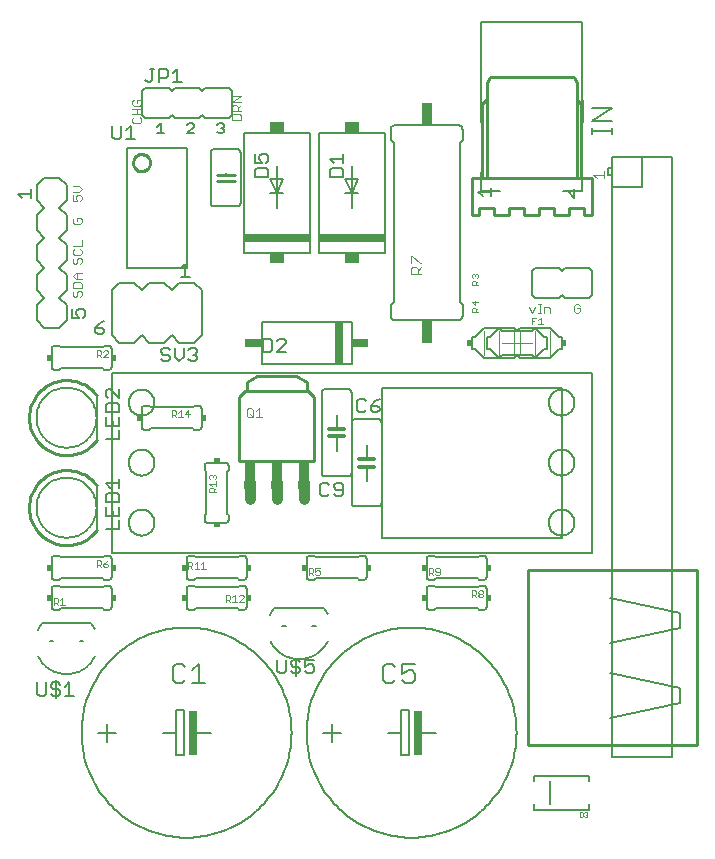
<source format=gto>
G75*
%MOIN*%
%OFA0B0*%
%FSLAX24Y24*%
%IPPOS*%
%LPD*%
%AMOC8*
5,1,8,0,0,1.08239X$1,22.5*
%
%ADD10C,0.0060*%
%ADD11C,0.0030*%
%ADD12R,0.0250X0.1500*%
%ADD13C,0.0070*%
%ADD14R,0.0150X0.0200*%
%ADD15C,0.0020*%
%ADD16C,0.0050*%
%ADD17C,0.0080*%
%ADD18C,0.0100*%
%ADD19R,0.0320X0.0760*%
%ADD20C,0.0040*%
%ADD21R,0.2200X0.0300*%
%ADD22R,0.0500X0.0350*%
%ADD23R,0.0140X0.0240*%
%ADD24C,0.0120*%
%ADD25R,0.0250X0.1400*%
%ADD26R,0.0550X0.0300*%
%ADD27C,0.0350*%
%ADD28R,0.0440X0.0300*%
%ADD29R,0.0340X0.0600*%
%ADD30R,0.0200X0.0150*%
%ADD31C,0.0010*%
D10*
X003050Y003691D02*
X003650Y003691D01*
X003350Y003391D02*
X003350Y003991D01*
X005200Y003691D02*
X005650Y003691D01*
X005650Y002941D01*
X005900Y002941D01*
X005900Y004441D01*
X005650Y004441D01*
X005650Y003691D01*
X002500Y003691D02*
X002502Y003809D01*
X002508Y003927D01*
X002518Y004045D01*
X002532Y004162D01*
X002550Y004279D01*
X002572Y004396D01*
X002597Y004511D01*
X002627Y004625D01*
X002661Y004739D01*
X002698Y004851D01*
X002739Y004962D01*
X002784Y005071D01*
X002832Y005179D01*
X002884Y005285D01*
X002940Y005390D01*
X002999Y005492D01*
X003061Y005592D01*
X003127Y005690D01*
X003196Y005786D01*
X003269Y005880D01*
X003344Y005971D01*
X003423Y006059D01*
X003504Y006145D01*
X003589Y006228D01*
X003676Y006308D01*
X003765Y006385D01*
X003858Y006459D01*
X003952Y006529D01*
X004049Y006597D01*
X004149Y006661D01*
X004250Y006722D01*
X004353Y006779D01*
X004459Y006833D01*
X004566Y006884D01*
X004674Y006930D01*
X004784Y006973D01*
X004896Y007012D01*
X005009Y007048D01*
X005123Y007079D01*
X005238Y007107D01*
X005353Y007131D01*
X005470Y007151D01*
X005587Y007167D01*
X005705Y007179D01*
X005823Y007187D01*
X005941Y007191D01*
X006059Y007191D01*
X006177Y007187D01*
X006295Y007179D01*
X006413Y007167D01*
X006530Y007151D01*
X006647Y007131D01*
X006762Y007107D01*
X006877Y007079D01*
X006991Y007048D01*
X007104Y007012D01*
X007216Y006973D01*
X007326Y006930D01*
X007434Y006884D01*
X007541Y006833D01*
X007647Y006779D01*
X007750Y006722D01*
X007851Y006661D01*
X007951Y006597D01*
X008048Y006529D01*
X008142Y006459D01*
X008235Y006385D01*
X008324Y006308D01*
X008411Y006228D01*
X008496Y006145D01*
X008577Y006059D01*
X008656Y005971D01*
X008731Y005880D01*
X008804Y005786D01*
X008873Y005690D01*
X008939Y005592D01*
X009001Y005492D01*
X009060Y005390D01*
X009116Y005285D01*
X009168Y005179D01*
X009216Y005071D01*
X009261Y004962D01*
X009302Y004851D01*
X009339Y004739D01*
X009373Y004625D01*
X009403Y004511D01*
X009428Y004396D01*
X009450Y004279D01*
X009468Y004162D01*
X009482Y004045D01*
X009492Y003927D01*
X009498Y003809D01*
X009500Y003691D01*
X009498Y003573D01*
X009492Y003455D01*
X009482Y003337D01*
X009468Y003220D01*
X009450Y003103D01*
X009428Y002986D01*
X009403Y002871D01*
X009373Y002757D01*
X009339Y002643D01*
X009302Y002531D01*
X009261Y002420D01*
X009216Y002311D01*
X009168Y002203D01*
X009116Y002097D01*
X009060Y001992D01*
X009001Y001890D01*
X008939Y001790D01*
X008873Y001692D01*
X008804Y001596D01*
X008731Y001502D01*
X008656Y001411D01*
X008577Y001323D01*
X008496Y001237D01*
X008411Y001154D01*
X008324Y001074D01*
X008235Y000997D01*
X008142Y000923D01*
X008048Y000853D01*
X007951Y000785D01*
X007851Y000721D01*
X007750Y000660D01*
X007647Y000603D01*
X007541Y000549D01*
X007434Y000498D01*
X007326Y000452D01*
X007216Y000409D01*
X007104Y000370D01*
X006991Y000334D01*
X006877Y000303D01*
X006762Y000275D01*
X006647Y000251D01*
X006530Y000231D01*
X006413Y000215D01*
X006295Y000203D01*
X006177Y000195D01*
X006059Y000191D01*
X005941Y000191D01*
X005823Y000195D01*
X005705Y000203D01*
X005587Y000215D01*
X005470Y000231D01*
X005353Y000251D01*
X005238Y000275D01*
X005123Y000303D01*
X005009Y000334D01*
X004896Y000370D01*
X004784Y000409D01*
X004674Y000452D01*
X004566Y000498D01*
X004459Y000549D01*
X004353Y000603D01*
X004250Y000660D01*
X004149Y000721D01*
X004049Y000785D01*
X003952Y000853D01*
X003858Y000923D01*
X003765Y000997D01*
X003676Y001074D01*
X003589Y001154D01*
X003504Y001237D01*
X003423Y001323D01*
X003344Y001411D01*
X003269Y001502D01*
X003196Y001596D01*
X003127Y001692D01*
X003061Y001790D01*
X002999Y001890D01*
X002940Y001992D01*
X002884Y002097D01*
X002832Y002203D01*
X002784Y002311D01*
X002739Y002420D01*
X002698Y002531D01*
X002661Y002643D01*
X002627Y002757D01*
X002597Y002871D01*
X002572Y002986D01*
X002550Y003103D01*
X002532Y003220D01*
X002518Y003337D01*
X002508Y003455D01*
X002502Y003573D01*
X002500Y003691D01*
X001750Y007791D02*
X001600Y007791D01*
X001583Y007793D01*
X001566Y007797D01*
X001550Y007804D01*
X001536Y007814D01*
X001523Y007827D01*
X001513Y007841D01*
X001506Y007857D01*
X001502Y007874D01*
X001500Y007891D01*
X001500Y008491D01*
X001502Y008508D01*
X001506Y008525D01*
X001513Y008541D01*
X001523Y008555D01*
X001536Y008568D01*
X001550Y008578D01*
X001566Y008585D01*
X001583Y008589D01*
X001600Y008591D01*
X001750Y008591D01*
X001800Y008541D01*
X003200Y008541D01*
X003250Y008591D01*
X003400Y008591D01*
X003417Y008589D01*
X003434Y008585D01*
X003450Y008578D01*
X003464Y008568D01*
X003477Y008555D01*
X003487Y008541D01*
X003494Y008525D01*
X003498Y008508D01*
X003500Y008491D01*
X003500Y007891D01*
X003498Y007874D01*
X003494Y007857D01*
X003487Y007841D01*
X003477Y007827D01*
X003464Y007814D01*
X003450Y007804D01*
X003434Y007797D01*
X003417Y007793D01*
X003400Y007791D01*
X003250Y007791D01*
X003200Y007841D01*
X001800Y007841D01*
X001750Y007791D01*
X001750Y008791D02*
X001600Y008791D01*
X001583Y008793D01*
X001566Y008797D01*
X001550Y008804D01*
X001536Y008814D01*
X001523Y008827D01*
X001513Y008841D01*
X001506Y008857D01*
X001502Y008874D01*
X001500Y008891D01*
X001500Y009491D01*
X001502Y009508D01*
X001506Y009525D01*
X001513Y009541D01*
X001523Y009555D01*
X001536Y009568D01*
X001550Y009578D01*
X001566Y009585D01*
X001583Y009589D01*
X001600Y009591D01*
X001750Y009591D01*
X001800Y009541D01*
X003200Y009541D01*
X003250Y009591D01*
X003400Y009591D01*
X003417Y009589D01*
X003434Y009585D01*
X003450Y009578D01*
X003464Y009568D01*
X003477Y009555D01*
X003487Y009541D01*
X003494Y009525D01*
X003498Y009508D01*
X003500Y009491D01*
X003500Y008891D01*
X003498Y008874D01*
X003494Y008857D01*
X003487Y008841D01*
X003477Y008827D01*
X003464Y008814D01*
X003450Y008804D01*
X003434Y008797D01*
X003417Y008793D01*
X003400Y008791D01*
X003250Y008791D01*
X003200Y008841D01*
X001800Y008841D01*
X001750Y008791D01*
X001000Y011191D02*
X001002Y011254D01*
X001008Y011316D01*
X001018Y011378D01*
X001031Y011440D01*
X001049Y011500D01*
X001070Y011559D01*
X001095Y011617D01*
X001124Y011673D01*
X001156Y011727D01*
X001191Y011779D01*
X001229Y011828D01*
X001271Y011876D01*
X001315Y011920D01*
X001363Y011962D01*
X001412Y012000D01*
X001464Y012035D01*
X001518Y012067D01*
X001574Y012096D01*
X001632Y012121D01*
X001691Y012142D01*
X001751Y012160D01*
X001813Y012173D01*
X001875Y012183D01*
X001937Y012189D01*
X002000Y012191D01*
X002063Y012189D01*
X002125Y012183D01*
X002187Y012173D01*
X002249Y012160D01*
X002309Y012142D01*
X002368Y012121D01*
X002426Y012096D01*
X002482Y012067D01*
X002536Y012035D01*
X002588Y012000D01*
X002637Y011962D01*
X002685Y011920D01*
X002729Y011876D01*
X002771Y011828D01*
X002809Y011779D01*
X002844Y011727D01*
X002876Y011673D01*
X002905Y011617D01*
X002930Y011559D01*
X002951Y011500D01*
X002969Y011440D01*
X002982Y011378D01*
X002992Y011316D01*
X002998Y011254D01*
X003000Y011191D01*
X002998Y011128D01*
X002992Y011066D01*
X002982Y011004D01*
X002969Y010942D01*
X002951Y010882D01*
X002930Y010823D01*
X002905Y010765D01*
X002876Y010709D01*
X002844Y010655D01*
X002809Y010603D01*
X002771Y010554D01*
X002729Y010506D01*
X002685Y010462D01*
X002637Y010420D01*
X002588Y010382D01*
X002536Y010347D01*
X002482Y010315D01*
X002426Y010286D01*
X002368Y010261D01*
X002309Y010240D01*
X002249Y010222D01*
X002187Y010209D01*
X002125Y010199D01*
X002063Y010193D01*
X002000Y010191D01*
X001937Y010193D01*
X001875Y010199D01*
X001813Y010209D01*
X001751Y010222D01*
X001691Y010240D01*
X001632Y010261D01*
X001574Y010286D01*
X001518Y010315D01*
X001464Y010347D01*
X001412Y010382D01*
X001363Y010420D01*
X001315Y010462D01*
X001271Y010506D01*
X001229Y010554D01*
X001191Y010603D01*
X001156Y010655D01*
X001124Y010709D01*
X001095Y010765D01*
X001070Y010823D01*
X001049Y010882D01*
X001031Y010942D01*
X001018Y011004D01*
X001008Y011066D01*
X001002Y011128D01*
X001000Y011191D01*
X001000Y014191D02*
X001002Y014254D01*
X001008Y014316D01*
X001018Y014378D01*
X001031Y014440D01*
X001049Y014500D01*
X001070Y014559D01*
X001095Y014617D01*
X001124Y014673D01*
X001156Y014727D01*
X001191Y014779D01*
X001229Y014828D01*
X001271Y014876D01*
X001315Y014920D01*
X001363Y014962D01*
X001412Y015000D01*
X001464Y015035D01*
X001518Y015067D01*
X001574Y015096D01*
X001632Y015121D01*
X001691Y015142D01*
X001751Y015160D01*
X001813Y015173D01*
X001875Y015183D01*
X001937Y015189D01*
X002000Y015191D01*
X002063Y015189D01*
X002125Y015183D01*
X002187Y015173D01*
X002249Y015160D01*
X002309Y015142D01*
X002368Y015121D01*
X002426Y015096D01*
X002482Y015067D01*
X002536Y015035D01*
X002588Y015000D01*
X002637Y014962D01*
X002685Y014920D01*
X002729Y014876D01*
X002771Y014828D01*
X002809Y014779D01*
X002844Y014727D01*
X002876Y014673D01*
X002905Y014617D01*
X002930Y014559D01*
X002951Y014500D01*
X002969Y014440D01*
X002982Y014378D01*
X002992Y014316D01*
X002998Y014254D01*
X003000Y014191D01*
X002998Y014128D01*
X002992Y014066D01*
X002982Y014004D01*
X002969Y013942D01*
X002951Y013882D01*
X002930Y013823D01*
X002905Y013765D01*
X002876Y013709D01*
X002844Y013655D01*
X002809Y013603D01*
X002771Y013554D01*
X002729Y013506D01*
X002685Y013462D01*
X002637Y013420D01*
X002588Y013382D01*
X002536Y013347D01*
X002482Y013315D01*
X002426Y013286D01*
X002368Y013261D01*
X002309Y013240D01*
X002249Y013222D01*
X002187Y013209D01*
X002125Y013199D01*
X002063Y013193D01*
X002000Y013191D01*
X001937Y013193D01*
X001875Y013199D01*
X001813Y013209D01*
X001751Y013222D01*
X001691Y013240D01*
X001632Y013261D01*
X001574Y013286D01*
X001518Y013315D01*
X001464Y013347D01*
X001412Y013382D01*
X001363Y013420D01*
X001315Y013462D01*
X001271Y013506D01*
X001229Y013554D01*
X001191Y013603D01*
X001156Y013655D01*
X001124Y013709D01*
X001095Y013765D01*
X001070Y013823D01*
X001049Y013882D01*
X001031Y013942D01*
X001018Y014004D01*
X001008Y014066D01*
X001002Y014128D01*
X001000Y014191D01*
X001600Y015791D02*
X001750Y015791D01*
X001800Y015841D01*
X003200Y015841D01*
X003250Y015791D01*
X003400Y015791D01*
X003417Y015793D01*
X003434Y015797D01*
X003450Y015804D01*
X003464Y015814D01*
X003477Y015827D01*
X003487Y015841D01*
X003494Y015857D01*
X003498Y015874D01*
X003500Y015891D01*
X003500Y016491D01*
X003498Y016508D01*
X003494Y016525D01*
X003487Y016541D01*
X003477Y016555D01*
X003464Y016568D01*
X003450Y016578D01*
X003434Y016585D01*
X003417Y016589D01*
X003400Y016591D01*
X003250Y016591D01*
X003200Y016541D01*
X001800Y016541D01*
X001750Y016591D01*
X001600Y016591D01*
X001583Y016589D01*
X001566Y016585D01*
X001550Y016578D01*
X001536Y016568D01*
X001523Y016555D01*
X001513Y016541D01*
X001506Y016525D01*
X001502Y016508D01*
X001500Y016491D01*
X001500Y015891D01*
X001502Y015874D01*
X001506Y015857D01*
X001513Y015841D01*
X001523Y015827D01*
X001536Y015814D01*
X001550Y015804D01*
X001566Y015797D01*
X001583Y015793D01*
X001600Y015791D01*
X001750Y017191D02*
X001250Y017191D01*
X001000Y017441D01*
X001000Y017941D01*
X001250Y018191D01*
X001000Y018441D01*
X001000Y018941D01*
X001250Y019191D01*
X001000Y019441D01*
X001000Y019941D01*
X001250Y020191D01*
X001000Y020441D01*
X001000Y020941D01*
X001250Y021191D01*
X001000Y021441D01*
X001000Y021941D01*
X001250Y022191D01*
X001750Y022191D01*
X002000Y021941D01*
X002000Y021441D01*
X001750Y021191D01*
X002000Y020941D01*
X002000Y020441D01*
X001750Y020191D01*
X002000Y019941D01*
X002000Y019441D01*
X001750Y019191D01*
X002000Y018941D01*
X002000Y018441D01*
X001750Y018191D01*
X002000Y017941D01*
X002000Y017441D01*
X001750Y017191D01*
X003500Y016941D02*
X003500Y018441D01*
X003750Y018691D01*
X004250Y018691D01*
X004500Y018441D01*
X004750Y018691D01*
X005250Y018691D01*
X005500Y018441D01*
X005750Y018691D01*
X006250Y018691D01*
X006500Y018441D01*
X006500Y016941D01*
X006250Y016691D01*
X005750Y016691D01*
X005500Y016941D01*
X005250Y016691D01*
X004750Y016691D01*
X004500Y016941D01*
X004250Y016691D01*
X003750Y016691D01*
X003500Y016941D01*
X004600Y014591D02*
X004750Y014591D01*
X004800Y014541D01*
X006200Y014541D01*
X006250Y014591D01*
X006400Y014591D01*
X006417Y014589D01*
X006434Y014585D01*
X006450Y014578D01*
X006464Y014568D01*
X006477Y014555D01*
X006487Y014541D01*
X006494Y014525D01*
X006498Y014508D01*
X006500Y014491D01*
X006500Y013891D01*
X006498Y013874D01*
X006494Y013857D01*
X006487Y013841D01*
X006477Y013827D01*
X006464Y013814D01*
X006450Y013804D01*
X006434Y013797D01*
X006417Y013793D01*
X006400Y013791D01*
X006250Y013791D01*
X006200Y013841D01*
X004800Y013841D01*
X004750Y013791D01*
X004600Y013791D01*
X004583Y013793D01*
X004566Y013797D01*
X004550Y013804D01*
X004536Y013814D01*
X004523Y013827D01*
X004513Y013841D01*
X004506Y013857D01*
X004502Y013874D01*
X004500Y013891D01*
X004500Y014491D01*
X004502Y014508D01*
X004506Y014525D01*
X004513Y014541D01*
X004523Y014555D01*
X004536Y014568D01*
X004550Y014578D01*
X004566Y014585D01*
X004583Y014589D01*
X004600Y014591D01*
X006600Y012591D02*
X006600Y012441D01*
X006650Y012391D01*
X006650Y010991D01*
X006600Y010941D01*
X006600Y010791D01*
X006602Y010774D01*
X006606Y010757D01*
X006613Y010741D01*
X006623Y010727D01*
X006636Y010714D01*
X006650Y010704D01*
X006666Y010697D01*
X006683Y010693D01*
X006700Y010691D01*
X007300Y010691D01*
X007317Y010693D01*
X007334Y010697D01*
X007350Y010704D01*
X007364Y010714D01*
X007377Y010727D01*
X007387Y010741D01*
X007394Y010757D01*
X007398Y010774D01*
X007400Y010791D01*
X007400Y010941D01*
X007350Y010991D01*
X007350Y012391D01*
X007400Y012441D01*
X007400Y012591D01*
X007398Y012608D01*
X007394Y012625D01*
X007387Y012641D01*
X007377Y012655D01*
X007364Y012668D01*
X007350Y012678D01*
X007334Y012685D01*
X007317Y012689D01*
X007300Y012691D01*
X006700Y012691D01*
X006683Y012689D01*
X006666Y012685D01*
X006650Y012678D01*
X006636Y012668D01*
X006623Y012655D01*
X006613Y012641D01*
X006606Y012625D01*
X006602Y012608D01*
X006600Y012591D01*
X006250Y009591D02*
X006100Y009591D01*
X006083Y009589D01*
X006066Y009585D01*
X006050Y009578D01*
X006036Y009568D01*
X006023Y009555D01*
X006013Y009541D01*
X006006Y009525D01*
X006002Y009508D01*
X006000Y009491D01*
X006000Y008891D01*
X006002Y008874D01*
X006006Y008857D01*
X006013Y008841D01*
X006023Y008827D01*
X006036Y008814D01*
X006050Y008804D01*
X006066Y008797D01*
X006083Y008793D01*
X006100Y008791D01*
X006250Y008791D01*
X006300Y008841D01*
X007700Y008841D01*
X007750Y008791D01*
X007900Y008791D01*
X007917Y008793D01*
X007934Y008797D01*
X007950Y008804D01*
X007964Y008814D01*
X007977Y008827D01*
X007987Y008841D01*
X007994Y008857D01*
X007998Y008874D01*
X008000Y008891D01*
X008000Y009491D01*
X007998Y009508D01*
X007994Y009525D01*
X007987Y009541D01*
X007977Y009555D01*
X007964Y009568D01*
X007950Y009578D01*
X007934Y009585D01*
X007917Y009589D01*
X007900Y009591D01*
X007750Y009591D01*
X007700Y009541D01*
X006300Y009541D01*
X006250Y009591D01*
X006250Y008591D02*
X006300Y008541D01*
X007700Y008541D01*
X007750Y008591D01*
X007900Y008591D01*
X007917Y008589D01*
X007934Y008585D01*
X007950Y008578D01*
X007964Y008568D01*
X007977Y008555D01*
X007987Y008541D01*
X007994Y008525D01*
X007998Y008508D01*
X008000Y008491D01*
X008000Y007891D01*
X007998Y007874D01*
X007994Y007857D01*
X007987Y007841D01*
X007977Y007827D01*
X007964Y007814D01*
X007950Y007804D01*
X007934Y007797D01*
X007917Y007793D01*
X007900Y007791D01*
X007750Y007791D01*
X007700Y007841D01*
X006300Y007841D01*
X006250Y007791D01*
X006100Y007791D01*
X006083Y007793D01*
X006066Y007797D01*
X006050Y007804D01*
X006036Y007814D01*
X006023Y007827D01*
X006013Y007841D01*
X006006Y007857D01*
X006002Y007874D01*
X006000Y007891D01*
X006000Y008491D01*
X006002Y008508D01*
X006006Y008525D01*
X006013Y008541D01*
X006023Y008555D01*
X006036Y008568D01*
X006050Y008578D01*
X006066Y008585D01*
X006083Y008589D01*
X006100Y008591D01*
X006250Y008591D01*
X010000Y008891D02*
X010000Y009491D01*
X010002Y009508D01*
X010006Y009525D01*
X010013Y009541D01*
X010023Y009555D01*
X010036Y009568D01*
X010050Y009578D01*
X010066Y009585D01*
X010083Y009589D01*
X010100Y009591D01*
X010250Y009591D01*
X010300Y009541D01*
X011700Y009541D01*
X011750Y009591D01*
X011900Y009591D01*
X011917Y009589D01*
X011934Y009585D01*
X011950Y009578D01*
X011964Y009568D01*
X011977Y009555D01*
X011987Y009541D01*
X011994Y009525D01*
X011998Y009508D01*
X012000Y009491D01*
X012000Y008891D01*
X011998Y008874D01*
X011994Y008857D01*
X011987Y008841D01*
X011977Y008827D01*
X011964Y008814D01*
X011950Y008804D01*
X011934Y008797D01*
X011917Y008793D01*
X011900Y008791D01*
X011750Y008791D01*
X011700Y008841D01*
X010300Y008841D01*
X010250Y008791D01*
X010100Y008791D01*
X010083Y008793D01*
X010066Y008797D01*
X010050Y008804D01*
X010036Y008814D01*
X010023Y008827D01*
X010013Y008841D01*
X010006Y008857D01*
X010002Y008874D01*
X010000Y008891D01*
X011600Y011241D02*
X012400Y011241D01*
X012417Y011243D01*
X012434Y011247D01*
X012450Y011254D01*
X012464Y011264D01*
X012477Y011277D01*
X012487Y011291D01*
X012494Y011307D01*
X012498Y011324D01*
X012500Y011341D01*
X012500Y014041D01*
X012498Y014058D01*
X012494Y014075D01*
X012487Y014091D01*
X012477Y014105D01*
X012464Y014118D01*
X012450Y014128D01*
X012434Y014135D01*
X012417Y014139D01*
X012400Y014141D01*
X011600Y014141D01*
X011583Y014139D01*
X011566Y014135D01*
X011550Y014128D01*
X011536Y014118D01*
X011523Y014105D01*
X011513Y014091D01*
X011506Y014075D01*
X011502Y014058D01*
X011500Y014041D01*
X011500Y011341D01*
X011502Y011324D01*
X011506Y011307D01*
X011513Y011291D01*
X011523Y011277D01*
X011536Y011264D01*
X011550Y011254D01*
X011566Y011247D01*
X011583Y011243D01*
X011600Y011241D01*
X012000Y012091D02*
X012000Y012561D01*
X012000Y012811D02*
X012000Y013291D01*
X011000Y013091D02*
X011000Y013571D01*
X011000Y013821D02*
X011000Y014291D01*
X010500Y015041D02*
X010502Y015058D01*
X010506Y015075D01*
X010513Y015091D01*
X010523Y015105D01*
X010536Y015118D01*
X010550Y015128D01*
X010566Y015135D01*
X010583Y015139D01*
X010600Y015141D01*
X011400Y015141D01*
X011417Y015139D01*
X011434Y015135D01*
X011450Y015128D01*
X011464Y015118D01*
X011477Y015105D01*
X011487Y015091D01*
X011494Y015075D01*
X011498Y015058D01*
X011500Y015041D01*
X011500Y012341D01*
X011498Y012324D01*
X011494Y012307D01*
X011487Y012291D01*
X011477Y012277D01*
X011464Y012264D01*
X011450Y012254D01*
X011434Y012247D01*
X011417Y012243D01*
X011400Y012241D01*
X010600Y012241D01*
X010583Y012243D01*
X010566Y012247D01*
X010550Y012254D01*
X010536Y012264D01*
X010523Y012277D01*
X010513Y012291D01*
X010506Y012307D01*
X010502Y012324D01*
X010500Y012341D01*
X010500Y015041D01*
X011500Y015991D02*
X011500Y017391D01*
X008500Y017391D01*
X008500Y015991D01*
X011500Y015991D01*
X012950Y017441D02*
X015050Y017441D01*
X015073Y017443D01*
X015096Y017448D01*
X015118Y017457D01*
X015138Y017470D01*
X015156Y017485D01*
X015171Y017503D01*
X015184Y017523D01*
X015193Y017545D01*
X015198Y017568D01*
X015200Y017591D01*
X015200Y017941D01*
X015100Y018041D01*
X015100Y023341D01*
X015200Y023441D01*
X015200Y023791D01*
X015198Y023814D01*
X015193Y023837D01*
X015184Y023859D01*
X015171Y023879D01*
X015156Y023897D01*
X015138Y023912D01*
X015118Y023925D01*
X015096Y023934D01*
X015073Y023939D01*
X015050Y023941D01*
X012950Y023941D01*
X012927Y023939D01*
X012904Y023934D01*
X012882Y023925D01*
X012862Y023912D01*
X012844Y023897D01*
X012829Y023879D01*
X012816Y023859D01*
X012807Y023837D01*
X012802Y023814D01*
X012800Y023791D01*
X012800Y023441D01*
X012900Y023341D01*
X012900Y018041D01*
X012800Y017941D01*
X012800Y017591D01*
X012802Y017568D01*
X012807Y017545D01*
X012816Y017523D01*
X012829Y017503D01*
X012844Y017485D01*
X012862Y017470D01*
X012882Y017457D01*
X012904Y017448D01*
X012927Y017443D01*
X012950Y017441D01*
X012600Y019691D02*
X012600Y023691D01*
X010400Y023691D01*
X010400Y019691D01*
X012600Y019691D01*
X011500Y021191D02*
X011500Y021691D01*
X011730Y021691D01*
X011500Y021691D02*
X011500Y022591D01*
X011270Y022141D02*
X011730Y022141D01*
X011500Y021691D01*
X011270Y022141D01*
X011270Y021691D02*
X011500Y021691D01*
X010100Y023691D02*
X010100Y019691D01*
X007900Y019691D01*
X007900Y023691D01*
X010100Y023691D01*
X009000Y022591D02*
X009000Y021691D01*
X009230Y021691D01*
X009000Y021691D02*
X009230Y022141D01*
X008770Y022141D01*
X009000Y021691D01*
X008770Y021691D01*
X009000Y021691D02*
X009000Y021191D01*
X007800Y021341D02*
X007800Y023041D01*
X007798Y023058D01*
X007794Y023075D01*
X007787Y023091D01*
X007777Y023105D01*
X007764Y023118D01*
X007750Y023128D01*
X007734Y023135D01*
X007717Y023139D01*
X007700Y023141D01*
X006900Y023141D01*
X006883Y023139D01*
X006866Y023135D01*
X006850Y023128D01*
X006836Y023118D01*
X006823Y023105D01*
X006813Y023091D01*
X006806Y023075D01*
X006802Y023058D01*
X006800Y023041D01*
X006800Y021341D01*
X006802Y021324D01*
X006806Y021307D01*
X006813Y021291D01*
X006823Y021277D01*
X006836Y021264D01*
X006850Y021254D01*
X006866Y021247D01*
X006883Y021243D01*
X006900Y021241D01*
X007700Y021241D01*
X007717Y021243D01*
X007734Y021247D01*
X007750Y021254D01*
X007764Y021264D01*
X007777Y021277D01*
X007787Y021291D01*
X007794Y021307D01*
X007798Y021324D01*
X007800Y021341D01*
X007300Y022041D02*
X007300Y022091D01*
X007300Y022291D02*
X007300Y022341D01*
X007400Y024191D02*
X006600Y024191D01*
X006500Y024291D01*
X006400Y024191D01*
X005600Y024191D01*
X005500Y024291D01*
X005400Y024191D01*
X004600Y024191D01*
X004500Y024291D01*
X004500Y025091D01*
X004600Y025191D01*
X005400Y025191D01*
X005500Y025091D01*
X005600Y025191D01*
X006400Y025191D01*
X006500Y025091D01*
X006600Y025191D01*
X007400Y025191D01*
X007500Y025091D01*
X007500Y024291D01*
X007400Y024191D01*
X015500Y016891D02*
X015500Y016491D01*
X015600Y016491D01*
X015900Y016191D01*
X016400Y016191D01*
X016500Y016291D01*
X017500Y016291D01*
X017600Y016191D01*
X018100Y016191D01*
X018400Y016491D01*
X018500Y016491D01*
X018500Y016891D01*
X018400Y016891D01*
X018100Y017191D01*
X017600Y017191D01*
X017500Y017091D01*
X016500Y017091D01*
X016400Y017191D01*
X015900Y017191D01*
X015600Y016891D01*
X015500Y016891D01*
X016000Y016891D02*
X016000Y016491D01*
X016100Y016491D01*
X016400Y016191D01*
X016900Y016191D01*
X017000Y016291D01*
X017100Y016191D01*
X017600Y016191D01*
X017900Y016491D01*
X018000Y016491D01*
X018000Y016891D01*
X017900Y016891D01*
X017600Y017191D01*
X017100Y017191D01*
X017000Y017091D01*
X016900Y017191D01*
X016400Y017191D01*
X016100Y016891D01*
X016000Y016891D01*
X017500Y018291D02*
X017500Y019091D01*
X017600Y019191D01*
X018400Y019191D01*
X018500Y019091D01*
X018600Y019191D01*
X019400Y019191D01*
X019500Y019091D01*
X019500Y018291D01*
X019400Y018191D01*
X018600Y018191D01*
X018500Y018291D01*
X018400Y018191D01*
X017600Y018191D01*
X017500Y018291D01*
X019529Y023646D02*
X019529Y023860D01*
X019529Y023753D02*
X020170Y023753D01*
X020170Y023646D02*
X020170Y023860D01*
X020170Y024076D02*
X019529Y024076D01*
X020170Y024503D01*
X019529Y024503D01*
X015900Y009591D02*
X015750Y009591D01*
X015700Y009541D01*
X014300Y009541D01*
X014250Y009591D01*
X014100Y009591D01*
X014083Y009589D01*
X014066Y009585D01*
X014050Y009578D01*
X014036Y009568D01*
X014023Y009555D01*
X014013Y009541D01*
X014006Y009525D01*
X014002Y009508D01*
X014000Y009491D01*
X014000Y008891D01*
X014002Y008874D01*
X014006Y008857D01*
X014013Y008841D01*
X014023Y008827D01*
X014036Y008814D01*
X014050Y008804D01*
X014066Y008797D01*
X014083Y008793D01*
X014100Y008791D01*
X014250Y008791D01*
X014300Y008841D01*
X015700Y008841D01*
X015750Y008791D01*
X015900Y008791D01*
X015917Y008793D01*
X015934Y008797D01*
X015950Y008804D01*
X015964Y008814D01*
X015977Y008827D01*
X015987Y008841D01*
X015994Y008857D01*
X015998Y008874D01*
X016000Y008891D01*
X016000Y009491D01*
X015998Y009508D01*
X015994Y009525D01*
X015987Y009541D01*
X015977Y009555D01*
X015964Y009568D01*
X015950Y009578D01*
X015934Y009585D01*
X015917Y009589D01*
X015900Y009591D01*
X015900Y008591D02*
X015750Y008591D01*
X015700Y008541D01*
X014300Y008541D01*
X014250Y008591D01*
X014100Y008591D01*
X014083Y008589D01*
X014066Y008585D01*
X014050Y008578D01*
X014036Y008568D01*
X014023Y008555D01*
X014013Y008541D01*
X014006Y008525D01*
X014002Y008508D01*
X014000Y008491D01*
X014000Y007891D01*
X014002Y007874D01*
X014006Y007857D01*
X014013Y007841D01*
X014023Y007827D01*
X014036Y007814D01*
X014050Y007804D01*
X014066Y007797D01*
X014083Y007793D01*
X014100Y007791D01*
X014250Y007791D01*
X014300Y007841D01*
X015700Y007841D01*
X015750Y007791D01*
X015900Y007791D01*
X015917Y007793D01*
X015934Y007797D01*
X015950Y007804D01*
X015964Y007814D01*
X015977Y007827D01*
X015987Y007841D01*
X015994Y007857D01*
X015998Y007874D01*
X016000Y007891D01*
X016000Y008491D01*
X015998Y008508D01*
X015994Y008525D01*
X015987Y008541D01*
X015977Y008555D01*
X015964Y008568D01*
X015950Y008578D01*
X015934Y008585D01*
X015917Y008589D01*
X015900Y008591D01*
X013400Y004441D02*
X013150Y004441D01*
X013150Y003691D01*
X013150Y002941D01*
X013400Y002941D01*
X013400Y004441D01*
X010000Y003691D02*
X010002Y003809D01*
X010008Y003927D01*
X010018Y004045D01*
X010032Y004162D01*
X010050Y004279D01*
X010072Y004396D01*
X010097Y004511D01*
X010127Y004625D01*
X010161Y004739D01*
X010198Y004851D01*
X010239Y004962D01*
X010284Y005071D01*
X010332Y005179D01*
X010384Y005285D01*
X010440Y005390D01*
X010499Y005492D01*
X010561Y005592D01*
X010627Y005690D01*
X010696Y005786D01*
X010769Y005880D01*
X010844Y005971D01*
X010923Y006059D01*
X011004Y006145D01*
X011089Y006228D01*
X011176Y006308D01*
X011265Y006385D01*
X011358Y006459D01*
X011452Y006529D01*
X011549Y006597D01*
X011649Y006661D01*
X011750Y006722D01*
X011853Y006779D01*
X011959Y006833D01*
X012066Y006884D01*
X012174Y006930D01*
X012284Y006973D01*
X012396Y007012D01*
X012509Y007048D01*
X012623Y007079D01*
X012738Y007107D01*
X012853Y007131D01*
X012970Y007151D01*
X013087Y007167D01*
X013205Y007179D01*
X013323Y007187D01*
X013441Y007191D01*
X013559Y007191D01*
X013677Y007187D01*
X013795Y007179D01*
X013913Y007167D01*
X014030Y007151D01*
X014147Y007131D01*
X014262Y007107D01*
X014377Y007079D01*
X014491Y007048D01*
X014604Y007012D01*
X014716Y006973D01*
X014826Y006930D01*
X014934Y006884D01*
X015041Y006833D01*
X015147Y006779D01*
X015250Y006722D01*
X015351Y006661D01*
X015451Y006597D01*
X015548Y006529D01*
X015642Y006459D01*
X015735Y006385D01*
X015824Y006308D01*
X015911Y006228D01*
X015996Y006145D01*
X016077Y006059D01*
X016156Y005971D01*
X016231Y005880D01*
X016304Y005786D01*
X016373Y005690D01*
X016439Y005592D01*
X016501Y005492D01*
X016560Y005390D01*
X016616Y005285D01*
X016668Y005179D01*
X016716Y005071D01*
X016761Y004962D01*
X016802Y004851D01*
X016839Y004739D01*
X016873Y004625D01*
X016903Y004511D01*
X016928Y004396D01*
X016950Y004279D01*
X016968Y004162D01*
X016982Y004045D01*
X016992Y003927D01*
X016998Y003809D01*
X017000Y003691D01*
X016998Y003573D01*
X016992Y003455D01*
X016982Y003337D01*
X016968Y003220D01*
X016950Y003103D01*
X016928Y002986D01*
X016903Y002871D01*
X016873Y002757D01*
X016839Y002643D01*
X016802Y002531D01*
X016761Y002420D01*
X016716Y002311D01*
X016668Y002203D01*
X016616Y002097D01*
X016560Y001992D01*
X016501Y001890D01*
X016439Y001790D01*
X016373Y001692D01*
X016304Y001596D01*
X016231Y001502D01*
X016156Y001411D01*
X016077Y001323D01*
X015996Y001237D01*
X015911Y001154D01*
X015824Y001074D01*
X015735Y000997D01*
X015642Y000923D01*
X015548Y000853D01*
X015451Y000785D01*
X015351Y000721D01*
X015250Y000660D01*
X015147Y000603D01*
X015041Y000549D01*
X014934Y000498D01*
X014826Y000452D01*
X014716Y000409D01*
X014604Y000370D01*
X014491Y000334D01*
X014377Y000303D01*
X014262Y000275D01*
X014147Y000251D01*
X014030Y000231D01*
X013913Y000215D01*
X013795Y000203D01*
X013677Y000195D01*
X013559Y000191D01*
X013441Y000191D01*
X013323Y000195D01*
X013205Y000203D01*
X013087Y000215D01*
X012970Y000231D01*
X012853Y000251D01*
X012738Y000275D01*
X012623Y000303D01*
X012509Y000334D01*
X012396Y000370D01*
X012284Y000409D01*
X012174Y000452D01*
X012066Y000498D01*
X011959Y000549D01*
X011853Y000603D01*
X011750Y000660D01*
X011649Y000721D01*
X011549Y000785D01*
X011452Y000853D01*
X011358Y000923D01*
X011265Y000997D01*
X011176Y001074D01*
X011089Y001154D01*
X011004Y001237D01*
X010923Y001323D01*
X010844Y001411D01*
X010769Y001502D01*
X010696Y001596D01*
X010627Y001692D01*
X010561Y001790D01*
X010499Y001890D01*
X010440Y001992D01*
X010384Y002097D01*
X010332Y002203D01*
X010284Y002311D01*
X010239Y002420D01*
X010198Y002531D01*
X010161Y002643D01*
X010127Y002757D01*
X010097Y002871D01*
X010072Y002986D01*
X010050Y003103D01*
X010032Y003220D01*
X010018Y003337D01*
X010008Y003455D01*
X010002Y003573D01*
X010000Y003691D01*
X010550Y003691D02*
X011150Y003691D01*
X010850Y003391D02*
X010850Y003991D01*
X012700Y003691D02*
X013150Y003691D01*
X013750Y003691D02*
X014300Y003691D01*
X020130Y004191D02*
X022433Y004691D01*
X022433Y005191D01*
X020130Y005691D01*
X020130Y006691D02*
X022433Y007191D01*
X022433Y007691D01*
X020130Y008191D01*
X006800Y003691D02*
X006250Y003691D01*
D11*
X008063Y014206D02*
X008015Y014254D01*
X008015Y014447D01*
X008063Y014496D01*
X008160Y014496D01*
X008208Y014447D01*
X008208Y014254D01*
X008160Y014206D01*
X008063Y014206D01*
X008112Y014302D02*
X008208Y014206D01*
X008310Y014206D02*
X008503Y014206D01*
X008406Y014206D02*
X008406Y014496D01*
X008310Y014399D01*
X002505Y018270D02*
X002457Y018222D01*
X002505Y018270D02*
X002505Y018367D01*
X002457Y018415D01*
X002408Y018415D01*
X002360Y018367D01*
X002360Y018270D01*
X002312Y018222D01*
X002263Y018222D01*
X002215Y018270D01*
X002215Y018367D01*
X002263Y018415D01*
X002215Y018516D02*
X002215Y018661D01*
X002263Y018710D01*
X002457Y018710D01*
X002505Y018661D01*
X002505Y018516D01*
X002215Y018516D01*
X002312Y018811D02*
X002215Y018908D01*
X002312Y019004D01*
X002505Y019004D01*
X002360Y019004D02*
X002360Y018811D01*
X002312Y018811D02*
X002505Y018811D01*
X002457Y019322D02*
X002505Y019370D01*
X002505Y019467D01*
X002457Y019515D01*
X002408Y019515D01*
X002360Y019467D01*
X002360Y019370D01*
X002312Y019322D01*
X002263Y019322D01*
X002215Y019370D01*
X002215Y019467D01*
X002263Y019515D01*
X002263Y019616D02*
X002457Y019616D01*
X002505Y019665D01*
X002505Y019761D01*
X002457Y019810D01*
X002505Y019911D02*
X002215Y019911D01*
X002263Y019810D02*
X002215Y019761D01*
X002215Y019665D01*
X002263Y019616D01*
X002505Y019911D02*
X002505Y020104D01*
X002457Y020661D02*
X002263Y020661D01*
X002215Y020709D01*
X002215Y020806D01*
X002263Y020854D01*
X002360Y020854D02*
X002360Y020758D01*
X002360Y020854D02*
X002457Y020854D01*
X002505Y020806D01*
X002505Y020709D01*
X002457Y020661D01*
X002457Y021416D02*
X002505Y021465D01*
X002505Y021561D01*
X002457Y021610D01*
X002360Y021610D01*
X002312Y021561D01*
X002312Y021513D01*
X002360Y021416D01*
X002215Y021416D01*
X002215Y021610D01*
X002215Y021711D02*
X002408Y021711D01*
X002505Y021808D01*
X002408Y021904D01*
X002215Y021904D01*
X004243Y024006D02*
X004437Y024006D01*
X004485Y024054D01*
X004485Y024151D01*
X004437Y024199D01*
X004485Y024300D02*
X004195Y024300D01*
X004243Y024199D02*
X004195Y024151D01*
X004195Y024054D01*
X004243Y024006D01*
X004340Y024300D02*
X004340Y024494D01*
X004243Y024595D02*
X004437Y024595D01*
X004485Y024643D01*
X004485Y024740D01*
X004437Y024788D01*
X004340Y024788D01*
X004340Y024692D01*
X004243Y024788D02*
X004195Y024740D01*
X004195Y024643D01*
X004243Y024595D01*
X004195Y024494D02*
X004485Y024494D01*
X007515Y024561D02*
X007515Y024416D01*
X007805Y024416D01*
X007708Y024416D02*
X007708Y024561D01*
X007660Y024610D01*
X007563Y024610D01*
X007515Y024561D01*
X007515Y024711D02*
X007805Y024904D01*
X007515Y024904D01*
X007515Y024711D02*
X007805Y024711D01*
X007805Y024610D02*
X007708Y024513D01*
X007757Y024315D02*
X007563Y024315D01*
X007515Y024267D01*
X007515Y024122D01*
X007805Y024122D01*
X007805Y024267D01*
X007757Y024315D01*
X017429Y017879D02*
X017526Y017686D01*
X017623Y017879D01*
X017724Y017976D02*
X017821Y017976D01*
X017772Y017976D02*
X017772Y017686D01*
X017724Y017686D02*
X017821Y017686D01*
X017920Y017686D02*
X017920Y017879D01*
X018065Y017879D01*
X018114Y017831D01*
X018114Y017686D01*
X018920Y017734D02*
X018969Y017686D01*
X019065Y017686D01*
X019114Y017734D01*
X019114Y017831D01*
X019017Y017831D01*
X018920Y017927D02*
X018920Y017734D01*
X018920Y017927D02*
X018969Y017976D01*
X019065Y017976D01*
X019114Y017927D01*
D12*
X013725Y003691D03*
X006225Y003691D03*
D13*
X006190Y005346D02*
X006610Y005346D01*
X006400Y005346D02*
X006400Y005976D01*
X006190Y005766D01*
X005965Y005871D02*
X005860Y005976D01*
X005650Y005976D01*
X005545Y005871D01*
X005545Y005451D01*
X005650Y005346D01*
X005860Y005346D01*
X005965Y005451D01*
X012545Y005451D02*
X012650Y005346D01*
X012860Y005346D01*
X012965Y005451D01*
X013190Y005451D02*
X013295Y005346D01*
X013505Y005346D01*
X013610Y005451D01*
X013610Y005661D01*
X013505Y005766D01*
X013400Y005766D01*
X013190Y005661D01*
X013190Y005976D01*
X013610Y005976D01*
X012965Y005871D02*
X012860Y005976D01*
X012650Y005976D01*
X012545Y005871D01*
X012545Y005451D01*
X015869Y021565D02*
X015725Y021708D01*
X016156Y021708D01*
X016156Y021565D02*
X016156Y021852D01*
X018705Y021730D02*
X018920Y021515D01*
X018920Y021802D01*
X018705Y021730D02*
X019136Y021730D01*
D14*
X016075Y009191D03*
X016075Y008191D03*
X013925Y008191D03*
X013925Y009191D03*
X012075Y009191D03*
X009925Y009191D03*
X008075Y009191D03*
X008075Y008191D03*
X005925Y008191D03*
X005925Y009191D03*
X003575Y009191D03*
X003575Y008191D03*
X001425Y008191D03*
X001425Y009191D03*
X004425Y014191D03*
X003575Y016191D03*
X001425Y016191D03*
X006575Y014191D03*
D15*
X006099Y014321D02*
X005952Y014321D01*
X006062Y014431D01*
X006062Y014211D01*
X005878Y014211D02*
X005731Y014211D01*
X005804Y014211D02*
X005804Y014431D01*
X005731Y014357D01*
X005657Y014321D02*
X005620Y014284D01*
X005510Y014284D01*
X005583Y014284D02*
X005657Y014211D01*
X005657Y014321D02*
X005657Y014394D01*
X005620Y014431D01*
X005510Y014431D01*
X005510Y014211D01*
X006797Y012289D02*
X006833Y012289D01*
X006870Y012253D01*
X006907Y012289D01*
X006943Y012289D01*
X006980Y012253D01*
X006980Y012179D01*
X006943Y012143D01*
X006980Y012068D02*
X006980Y011922D01*
X006980Y011995D02*
X006760Y011995D01*
X006833Y011922D01*
X006797Y011847D02*
X006870Y011847D01*
X006907Y011811D01*
X006907Y011701D01*
X006907Y011774D02*
X006980Y011847D01*
X006980Y011701D02*
X006760Y011701D01*
X006760Y011811D01*
X006797Y011847D01*
X006797Y012143D02*
X006760Y012179D01*
X006760Y012253D01*
X006797Y012289D01*
X006870Y012253D02*
X006870Y012216D01*
X006562Y009381D02*
X006562Y009161D01*
X006489Y009161D02*
X006636Y009161D01*
X006489Y009307D02*
X006562Y009381D01*
X006341Y009381D02*
X006341Y009161D01*
X006268Y009161D02*
X006415Y009161D01*
X006268Y009307D02*
X006341Y009381D01*
X006194Y009344D02*
X006194Y009271D01*
X006157Y009234D01*
X006047Y009234D01*
X006120Y009234D02*
X006194Y009161D01*
X006047Y009161D02*
X006047Y009381D01*
X006157Y009381D01*
X006194Y009344D01*
X007310Y008271D02*
X007310Y008051D01*
X007310Y008124D02*
X007420Y008124D01*
X007457Y008161D01*
X007457Y008234D01*
X007420Y008271D01*
X007310Y008271D01*
X007383Y008124D02*
X007457Y008051D01*
X007531Y008051D02*
X007678Y008051D01*
X007604Y008051D02*
X007604Y008271D01*
X007531Y008197D01*
X007752Y008234D02*
X007789Y008271D01*
X007862Y008271D01*
X007899Y008234D01*
X007899Y008197D01*
X007752Y008051D01*
X007899Y008051D01*
X010068Y008951D02*
X010068Y009171D01*
X010178Y009171D01*
X010215Y009134D01*
X010215Y009061D01*
X010178Y009024D01*
X010068Y009024D01*
X010141Y009024D02*
X010215Y008951D01*
X010289Y008987D02*
X010326Y008951D01*
X010399Y008951D01*
X010436Y008987D01*
X010436Y009061D01*
X010399Y009097D01*
X010362Y009097D01*
X010289Y009061D01*
X010289Y009171D01*
X010436Y009171D01*
X014068Y009171D02*
X014068Y008951D01*
X014068Y009024D02*
X014178Y009024D01*
X014215Y009061D01*
X014215Y009134D01*
X014178Y009171D01*
X014068Y009171D01*
X014141Y009024D02*
X014215Y008951D01*
X014289Y008987D02*
X014326Y008951D01*
X014399Y008951D01*
X014436Y008987D01*
X014436Y009134D01*
X014399Y009171D01*
X014326Y009171D01*
X014289Y009134D01*
X014289Y009097D01*
X014326Y009061D01*
X014436Y009061D01*
X015510Y008431D02*
X015510Y008211D01*
X015510Y008284D02*
X015620Y008284D01*
X015657Y008321D01*
X015657Y008394D01*
X015620Y008431D01*
X015510Y008431D01*
X015583Y008284D02*
X015657Y008211D01*
X015731Y008247D02*
X015731Y008284D01*
X015768Y008321D01*
X015841Y008321D01*
X015878Y008284D01*
X015878Y008247D01*
X015841Y008211D01*
X015768Y008211D01*
X015731Y008247D01*
X015768Y008321D02*
X015731Y008357D01*
X015731Y008394D01*
X015768Y008431D01*
X015841Y008431D01*
X015878Y008394D01*
X015878Y008357D01*
X015841Y008321D01*
X015900Y016291D02*
X015900Y017091D01*
X016400Y017091D02*
X016400Y016291D01*
X016400Y017091D01*
X016500Y016691D02*
X017500Y016691D01*
X017600Y016291D02*
X017600Y017091D01*
X017600Y016291D01*
X017100Y016291D02*
X017100Y017091D01*
X016900Y017091D02*
X016900Y016291D01*
X017510Y017301D02*
X017510Y017521D01*
X017657Y017521D01*
X017731Y017447D02*
X017804Y017521D01*
X017804Y017301D01*
X017731Y017301D02*
X017878Y017301D01*
X018100Y017091D02*
X018100Y016291D01*
X017583Y017411D02*
X017510Y017411D01*
X015730Y017709D02*
X015510Y017709D01*
X015510Y017819D01*
X015547Y017855D01*
X015620Y017855D01*
X015657Y017819D01*
X015657Y017709D01*
X015657Y017782D02*
X015730Y017855D01*
X015620Y017930D02*
X015510Y018040D01*
X015730Y018040D01*
X015620Y018076D02*
X015620Y017930D01*
X015657Y018609D02*
X015657Y018719D01*
X015620Y018755D01*
X015547Y018755D01*
X015510Y018719D01*
X015510Y018609D01*
X015730Y018609D01*
X015657Y018682D02*
X015730Y018755D01*
X015693Y018830D02*
X015730Y018866D01*
X015730Y018940D01*
X015693Y018976D01*
X015657Y018976D01*
X015620Y018940D01*
X015620Y018903D01*
X015620Y018940D02*
X015583Y018976D01*
X015547Y018976D01*
X015510Y018940D01*
X015510Y018866D01*
X015547Y018830D01*
X003378Y016394D02*
X003341Y016431D01*
X003268Y016431D01*
X003231Y016394D01*
X003157Y016394D02*
X003157Y016321D01*
X003120Y016284D01*
X003010Y016284D01*
X003083Y016284D02*
X003157Y016211D01*
X003231Y016211D02*
X003378Y016357D01*
X003378Y016394D01*
X003378Y016211D02*
X003231Y016211D01*
X003157Y016394D02*
X003120Y016431D01*
X003010Y016431D01*
X003010Y016211D01*
X003010Y009431D02*
X003120Y009431D01*
X003157Y009394D01*
X003157Y009321D01*
X003120Y009284D01*
X003010Y009284D01*
X003083Y009284D02*
X003157Y009211D01*
X003231Y009247D02*
X003268Y009211D01*
X003341Y009211D01*
X003378Y009247D01*
X003378Y009284D01*
X003341Y009321D01*
X003231Y009321D01*
X003231Y009247D01*
X003231Y009321D02*
X003304Y009394D01*
X003378Y009431D01*
X003010Y009431D02*
X003010Y009211D01*
X001862Y008171D02*
X001862Y007951D01*
X001789Y007951D02*
X001936Y007951D01*
X001789Y008097D02*
X001862Y008171D01*
X001715Y008134D02*
X001715Y008061D01*
X001678Y008024D01*
X001568Y008024D01*
X001641Y008024D02*
X001715Y007951D01*
X001568Y007951D02*
X001568Y008171D01*
X001678Y008171D01*
X001715Y008134D01*
D16*
X001175Y007341D02*
X002825Y007341D01*
X002553Y006741D02*
X002447Y006741D01*
X002950Y006244D02*
X002921Y006187D01*
X002888Y006131D01*
X002853Y006078D01*
X002813Y006027D01*
X002771Y005979D01*
X002726Y005933D01*
X002679Y005890D01*
X002629Y005850D01*
X002576Y005813D01*
X002521Y005780D01*
X002465Y005749D01*
X002406Y005723D01*
X002346Y005700D01*
X002285Y005680D01*
X002223Y005665D01*
X002160Y005653D01*
X002096Y005645D01*
X002032Y005641D01*
X001968Y005641D01*
X001904Y005645D01*
X001840Y005653D01*
X001777Y005665D01*
X001715Y005680D01*
X001654Y005700D01*
X001594Y005723D01*
X001535Y005749D01*
X001479Y005780D01*
X001424Y005813D01*
X001371Y005850D01*
X001321Y005890D01*
X001274Y005933D01*
X001229Y005979D01*
X001187Y006027D01*
X001147Y006078D01*
X001112Y006131D01*
X001079Y006187D01*
X001050Y006244D01*
X001447Y006741D02*
X001553Y006741D01*
X001046Y007129D02*
X001073Y007185D01*
X001104Y007239D01*
X001138Y007291D01*
X001175Y007341D01*
X002825Y007341D02*
X002860Y007293D01*
X002893Y007243D01*
X002923Y007192D01*
X002950Y007138D01*
X002096Y005366D02*
X002096Y004916D01*
X001946Y004916D02*
X002246Y004916D01*
X001946Y005216D02*
X002096Y005366D01*
X001786Y005291D02*
X001711Y005366D01*
X001560Y005366D01*
X001485Y005291D01*
X001485Y005216D01*
X001560Y005141D01*
X001711Y005141D01*
X001786Y005066D01*
X001786Y004991D01*
X001711Y004916D01*
X001560Y004916D01*
X001485Y004991D01*
X001325Y004991D02*
X001250Y004916D01*
X001100Y004916D01*
X001025Y004991D01*
X001025Y005366D01*
X001325Y005366D02*
X001325Y004991D01*
X001636Y004840D02*
X001636Y005441D01*
X003500Y009691D02*
X019500Y009691D01*
X019500Y015691D01*
X003500Y015691D01*
X003500Y009691D01*
X003315Y010466D02*
X003765Y010466D01*
X003765Y010766D01*
X003765Y010926D02*
X003765Y011226D01*
X003765Y011386D02*
X003765Y011612D01*
X003690Y011687D01*
X003390Y011687D01*
X003315Y011612D01*
X003315Y011386D01*
X003765Y011386D01*
X003540Y011076D02*
X003540Y010926D01*
X003315Y010926D02*
X003765Y010926D01*
X003315Y010926D02*
X003315Y011226D01*
X003465Y011847D02*
X003315Y011997D01*
X003765Y011997D01*
X003765Y011847D02*
X003765Y012147D01*
X004070Y012691D02*
X004072Y012732D01*
X004078Y012772D01*
X004087Y012812D01*
X004101Y012851D01*
X004118Y012888D01*
X004138Y012923D01*
X004162Y012957D01*
X004189Y012988D01*
X004218Y013016D01*
X004251Y013041D01*
X004285Y013063D01*
X004321Y013082D01*
X004359Y013097D01*
X004399Y013109D01*
X004439Y013117D01*
X004480Y013121D01*
X004520Y013121D01*
X004561Y013117D01*
X004601Y013109D01*
X004641Y013097D01*
X004679Y013082D01*
X004715Y013063D01*
X004749Y013041D01*
X004782Y013016D01*
X004811Y012988D01*
X004838Y012957D01*
X004862Y012923D01*
X004882Y012888D01*
X004899Y012851D01*
X004913Y012812D01*
X004922Y012772D01*
X004928Y012732D01*
X004930Y012691D01*
X004928Y012650D01*
X004922Y012610D01*
X004913Y012570D01*
X004899Y012531D01*
X004882Y012494D01*
X004862Y012459D01*
X004838Y012425D01*
X004811Y012394D01*
X004782Y012366D01*
X004749Y012341D01*
X004715Y012319D01*
X004679Y012300D01*
X004641Y012285D01*
X004601Y012273D01*
X004561Y012265D01*
X004520Y012261D01*
X004480Y012261D01*
X004439Y012265D01*
X004399Y012273D01*
X004359Y012285D01*
X004321Y012300D01*
X004285Y012319D01*
X004251Y012341D01*
X004218Y012366D01*
X004189Y012394D01*
X004162Y012425D01*
X004138Y012459D01*
X004118Y012494D01*
X004101Y012531D01*
X004087Y012570D01*
X004078Y012610D01*
X004072Y012650D01*
X004070Y012691D01*
X003765Y013466D02*
X003765Y013766D01*
X003765Y013926D02*
X003765Y014226D01*
X003765Y014386D02*
X003765Y014612D01*
X003690Y014687D01*
X003390Y014687D01*
X003315Y014612D01*
X003315Y014386D01*
X003765Y014386D01*
X003540Y014076D02*
X003540Y013926D01*
X003315Y013926D02*
X003765Y013926D01*
X003315Y013926D02*
X003315Y014226D01*
X003390Y014847D02*
X003315Y014922D01*
X003315Y015072D01*
X003390Y015147D01*
X003465Y015147D01*
X003765Y014847D01*
X003765Y015147D01*
X004070Y014691D02*
X004072Y014732D01*
X004078Y014772D01*
X004087Y014812D01*
X004101Y014851D01*
X004118Y014888D01*
X004138Y014923D01*
X004162Y014957D01*
X004189Y014988D01*
X004218Y015016D01*
X004251Y015041D01*
X004285Y015063D01*
X004321Y015082D01*
X004359Y015097D01*
X004399Y015109D01*
X004439Y015117D01*
X004480Y015121D01*
X004520Y015121D01*
X004561Y015117D01*
X004601Y015109D01*
X004641Y015097D01*
X004679Y015082D01*
X004715Y015063D01*
X004749Y015041D01*
X004782Y015016D01*
X004811Y014988D01*
X004838Y014957D01*
X004862Y014923D01*
X004882Y014888D01*
X004899Y014851D01*
X004913Y014812D01*
X004922Y014772D01*
X004928Y014732D01*
X004930Y014691D01*
X004928Y014650D01*
X004922Y014610D01*
X004913Y014570D01*
X004899Y014531D01*
X004882Y014494D01*
X004862Y014459D01*
X004838Y014425D01*
X004811Y014394D01*
X004782Y014366D01*
X004749Y014341D01*
X004715Y014319D01*
X004679Y014300D01*
X004641Y014285D01*
X004601Y014273D01*
X004561Y014265D01*
X004520Y014261D01*
X004480Y014261D01*
X004439Y014265D01*
X004399Y014273D01*
X004359Y014285D01*
X004321Y014300D01*
X004285Y014319D01*
X004251Y014341D01*
X004218Y014366D01*
X004189Y014394D01*
X004162Y014425D01*
X004138Y014459D01*
X004118Y014494D01*
X004101Y014531D01*
X004087Y014570D01*
X004078Y014610D01*
X004072Y014650D01*
X004070Y014691D01*
X003765Y013466D02*
X003315Y013466D01*
X004070Y010691D02*
X004072Y010732D01*
X004078Y010772D01*
X004087Y010812D01*
X004101Y010851D01*
X004118Y010888D01*
X004138Y010923D01*
X004162Y010957D01*
X004189Y010988D01*
X004218Y011016D01*
X004251Y011041D01*
X004285Y011063D01*
X004321Y011082D01*
X004359Y011097D01*
X004399Y011109D01*
X004439Y011117D01*
X004480Y011121D01*
X004520Y011121D01*
X004561Y011117D01*
X004601Y011109D01*
X004641Y011097D01*
X004679Y011082D01*
X004715Y011063D01*
X004749Y011041D01*
X004782Y011016D01*
X004811Y010988D01*
X004838Y010957D01*
X004862Y010923D01*
X004882Y010888D01*
X004899Y010851D01*
X004913Y010812D01*
X004922Y010772D01*
X004928Y010732D01*
X004930Y010691D01*
X004928Y010650D01*
X004922Y010610D01*
X004913Y010570D01*
X004899Y010531D01*
X004882Y010494D01*
X004862Y010459D01*
X004838Y010425D01*
X004811Y010394D01*
X004782Y010366D01*
X004749Y010341D01*
X004715Y010319D01*
X004679Y010300D01*
X004641Y010285D01*
X004601Y010273D01*
X004561Y010265D01*
X004520Y010261D01*
X004480Y010261D01*
X004439Y010265D01*
X004399Y010273D01*
X004359Y010285D01*
X004321Y010300D01*
X004285Y010319D01*
X004251Y010341D01*
X004218Y010366D01*
X004189Y010394D01*
X004162Y010425D01*
X004138Y010459D01*
X004118Y010494D01*
X004101Y010531D01*
X004087Y010570D01*
X004078Y010610D01*
X004072Y010650D01*
X004070Y010691D01*
X005219Y016066D02*
X005144Y016141D01*
X005219Y016066D02*
X005369Y016066D01*
X005444Y016141D01*
X005444Y016216D01*
X005369Y016291D01*
X005219Y016291D01*
X005144Y016366D01*
X005144Y016441D01*
X005219Y016516D01*
X005369Y016516D01*
X005444Y016441D01*
X005604Y016516D02*
X005604Y016216D01*
X005754Y016066D01*
X005904Y016216D01*
X005904Y016516D01*
X006065Y016441D02*
X006140Y016516D01*
X006290Y016516D01*
X006365Y016441D01*
X006365Y016366D01*
X006290Y016291D01*
X006365Y016216D01*
X006365Y016141D01*
X006290Y016066D01*
X006140Y016066D01*
X006065Y016141D01*
X006215Y016291D02*
X006290Y016291D01*
X008554Y016366D02*
X008779Y016366D01*
X008854Y016441D01*
X008854Y016741D01*
X008779Y016816D01*
X008554Y016816D01*
X008554Y016366D01*
X009015Y016366D02*
X009315Y016666D01*
X009315Y016741D01*
X009240Y016816D01*
X009090Y016816D01*
X009015Y016741D01*
X009015Y016366D02*
X009315Y016366D01*
X011675Y014741D02*
X011675Y014441D01*
X011750Y014366D01*
X011900Y014366D01*
X011975Y014441D01*
X012135Y014441D02*
X012135Y014591D01*
X012361Y014591D01*
X012436Y014516D01*
X012436Y014441D01*
X012361Y014366D01*
X012210Y014366D01*
X012135Y014441D01*
X012135Y014591D02*
X012286Y014741D01*
X012436Y014816D01*
X012500Y015191D02*
X012500Y010191D01*
X018500Y010191D01*
X018500Y015191D01*
X012500Y015191D01*
X011975Y014741D02*
X011900Y014816D01*
X011750Y014816D01*
X011675Y014741D01*
X011140Y012016D02*
X010990Y012016D01*
X010915Y011941D01*
X010915Y011866D01*
X010990Y011791D01*
X011215Y011791D01*
X011215Y011641D02*
X011215Y011941D01*
X011140Y012016D01*
X011215Y011641D02*
X011140Y011566D01*
X010990Y011566D01*
X010915Y011641D01*
X010754Y011641D02*
X010679Y011566D01*
X010529Y011566D01*
X010454Y011641D01*
X010454Y011941D01*
X010529Y012016D01*
X010679Y012016D01*
X010754Y011941D01*
X010575Y007841D02*
X008925Y007841D01*
X009197Y007241D02*
X009303Y007241D01*
X008800Y006744D02*
X008829Y006687D01*
X008862Y006631D01*
X008897Y006578D01*
X008937Y006527D01*
X008979Y006479D01*
X009024Y006433D01*
X009071Y006390D01*
X009121Y006350D01*
X009174Y006313D01*
X009229Y006280D01*
X009285Y006249D01*
X009344Y006223D01*
X009404Y006200D01*
X009465Y006180D01*
X009527Y006165D01*
X009590Y006153D01*
X009654Y006145D01*
X009718Y006141D01*
X009782Y006141D01*
X009846Y006145D01*
X009910Y006153D01*
X009973Y006165D01*
X010035Y006180D01*
X010096Y006200D01*
X010156Y006223D01*
X010215Y006249D01*
X010271Y006280D01*
X010326Y006313D01*
X010379Y006350D01*
X010429Y006390D01*
X010476Y006433D01*
X010521Y006479D01*
X010563Y006527D01*
X010603Y006578D01*
X010638Y006631D01*
X010671Y006687D01*
X010700Y006744D01*
X010303Y007241D02*
X010197Y007241D01*
X008925Y007841D02*
X008888Y007791D01*
X008854Y007739D01*
X008823Y007685D01*
X008796Y007629D01*
X010575Y007841D02*
X010610Y007793D01*
X010643Y007743D01*
X010673Y007692D01*
X010700Y007638D01*
X010246Y006116D02*
X009946Y006116D01*
X009946Y005891D01*
X010096Y005966D01*
X010171Y005966D01*
X010246Y005891D01*
X010246Y005741D01*
X010171Y005666D01*
X010021Y005666D01*
X009946Y005741D01*
X009786Y005741D02*
X009786Y005816D01*
X009711Y005891D01*
X009560Y005891D01*
X009485Y005966D01*
X009485Y006041D01*
X009560Y006116D01*
X009711Y006116D01*
X009786Y006041D01*
X009636Y006191D02*
X009636Y005590D01*
X009711Y005666D02*
X009786Y005741D01*
X009711Y005666D02*
X009560Y005666D01*
X009485Y005741D01*
X009325Y005741D02*
X009325Y006116D01*
X009025Y006116D02*
X009025Y005741D01*
X009100Y005666D01*
X009250Y005666D01*
X009325Y005741D01*
X018070Y010691D02*
X018072Y010732D01*
X018078Y010772D01*
X018087Y010812D01*
X018101Y010851D01*
X018118Y010888D01*
X018138Y010923D01*
X018162Y010957D01*
X018189Y010988D01*
X018218Y011016D01*
X018251Y011041D01*
X018285Y011063D01*
X018321Y011082D01*
X018359Y011097D01*
X018399Y011109D01*
X018439Y011117D01*
X018480Y011121D01*
X018520Y011121D01*
X018561Y011117D01*
X018601Y011109D01*
X018641Y011097D01*
X018679Y011082D01*
X018715Y011063D01*
X018749Y011041D01*
X018782Y011016D01*
X018811Y010988D01*
X018838Y010957D01*
X018862Y010923D01*
X018882Y010888D01*
X018899Y010851D01*
X018913Y010812D01*
X018922Y010772D01*
X018928Y010732D01*
X018930Y010691D01*
X018928Y010650D01*
X018922Y010610D01*
X018913Y010570D01*
X018899Y010531D01*
X018882Y010494D01*
X018862Y010459D01*
X018838Y010425D01*
X018811Y010394D01*
X018782Y010366D01*
X018749Y010341D01*
X018715Y010319D01*
X018679Y010300D01*
X018641Y010285D01*
X018601Y010273D01*
X018561Y010265D01*
X018520Y010261D01*
X018480Y010261D01*
X018439Y010265D01*
X018399Y010273D01*
X018359Y010285D01*
X018321Y010300D01*
X018285Y010319D01*
X018251Y010341D01*
X018218Y010366D01*
X018189Y010394D01*
X018162Y010425D01*
X018138Y010459D01*
X018118Y010494D01*
X018101Y010531D01*
X018087Y010570D01*
X018078Y010610D01*
X018072Y010650D01*
X018070Y010691D01*
X018070Y012691D02*
X018072Y012732D01*
X018078Y012772D01*
X018087Y012812D01*
X018101Y012851D01*
X018118Y012888D01*
X018138Y012923D01*
X018162Y012957D01*
X018189Y012988D01*
X018218Y013016D01*
X018251Y013041D01*
X018285Y013063D01*
X018321Y013082D01*
X018359Y013097D01*
X018399Y013109D01*
X018439Y013117D01*
X018480Y013121D01*
X018520Y013121D01*
X018561Y013117D01*
X018601Y013109D01*
X018641Y013097D01*
X018679Y013082D01*
X018715Y013063D01*
X018749Y013041D01*
X018782Y013016D01*
X018811Y012988D01*
X018838Y012957D01*
X018862Y012923D01*
X018882Y012888D01*
X018899Y012851D01*
X018913Y012812D01*
X018922Y012772D01*
X018928Y012732D01*
X018930Y012691D01*
X018928Y012650D01*
X018922Y012610D01*
X018913Y012570D01*
X018899Y012531D01*
X018882Y012494D01*
X018862Y012459D01*
X018838Y012425D01*
X018811Y012394D01*
X018782Y012366D01*
X018749Y012341D01*
X018715Y012319D01*
X018679Y012300D01*
X018641Y012285D01*
X018601Y012273D01*
X018561Y012265D01*
X018520Y012261D01*
X018480Y012261D01*
X018439Y012265D01*
X018399Y012273D01*
X018359Y012285D01*
X018321Y012300D01*
X018285Y012319D01*
X018251Y012341D01*
X018218Y012366D01*
X018189Y012394D01*
X018162Y012425D01*
X018138Y012459D01*
X018118Y012494D01*
X018101Y012531D01*
X018087Y012570D01*
X018078Y012610D01*
X018072Y012650D01*
X018070Y012691D01*
X018070Y014691D02*
X018072Y014732D01*
X018078Y014772D01*
X018087Y014812D01*
X018101Y014851D01*
X018118Y014888D01*
X018138Y014923D01*
X018162Y014957D01*
X018189Y014988D01*
X018218Y015016D01*
X018251Y015041D01*
X018285Y015063D01*
X018321Y015082D01*
X018359Y015097D01*
X018399Y015109D01*
X018439Y015117D01*
X018480Y015121D01*
X018520Y015121D01*
X018561Y015117D01*
X018601Y015109D01*
X018641Y015097D01*
X018679Y015082D01*
X018715Y015063D01*
X018749Y015041D01*
X018782Y015016D01*
X018811Y014988D01*
X018838Y014957D01*
X018862Y014923D01*
X018882Y014888D01*
X018899Y014851D01*
X018913Y014812D01*
X018922Y014772D01*
X018928Y014732D01*
X018930Y014691D01*
X018928Y014650D01*
X018922Y014610D01*
X018913Y014570D01*
X018899Y014531D01*
X018882Y014494D01*
X018862Y014459D01*
X018838Y014425D01*
X018811Y014394D01*
X018782Y014366D01*
X018749Y014341D01*
X018715Y014319D01*
X018679Y014300D01*
X018641Y014285D01*
X018601Y014273D01*
X018561Y014265D01*
X018520Y014261D01*
X018480Y014261D01*
X018439Y014265D01*
X018399Y014273D01*
X018359Y014285D01*
X018321Y014300D01*
X018285Y014319D01*
X018251Y014341D01*
X018218Y014366D01*
X018189Y014394D01*
X018162Y014425D01*
X018138Y014459D01*
X018118Y014494D01*
X018101Y014531D01*
X018087Y014570D01*
X018078Y014610D01*
X018072Y014650D01*
X018070Y014691D01*
X020169Y021895D02*
X021169Y021895D01*
X021169Y022895D01*
X020169Y022895D01*
X020169Y022520D01*
X020044Y022520D01*
X020044Y022270D01*
X020169Y022270D01*
X020169Y021895D01*
X020169Y002895D01*
X022169Y002895D01*
X022169Y022895D01*
X021169Y022895D01*
X020169Y022520D02*
X020169Y022270D01*
X011225Y022216D02*
X011225Y022441D01*
X011150Y022516D01*
X010850Y022516D01*
X010775Y022441D01*
X010775Y022216D01*
X011225Y022216D01*
X011225Y022676D02*
X011225Y022976D01*
X011225Y022826D02*
X010775Y022826D01*
X010925Y022676D01*
X008725Y022751D02*
X008650Y022676D01*
X008725Y022751D02*
X008725Y022901D01*
X008650Y022976D01*
X008500Y022976D01*
X008425Y022901D01*
X008425Y022826D01*
X008500Y022676D01*
X008275Y022676D01*
X008275Y022976D01*
X008350Y022516D02*
X008275Y022441D01*
X008275Y022216D01*
X008725Y022216D01*
X008725Y022441D01*
X008650Y022516D01*
X008350Y022516D01*
X007195Y023666D02*
X007252Y023722D01*
X007252Y023779D01*
X007195Y023836D01*
X007138Y023836D01*
X007195Y023836D02*
X007252Y023892D01*
X007252Y023949D01*
X007195Y024006D01*
X007082Y024006D01*
X007025Y023949D01*
X007025Y023722D02*
X007082Y023666D01*
X007195Y023666D01*
X006252Y023666D02*
X006025Y023666D01*
X006252Y023892D01*
X006252Y023949D01*
X006195Y024006D01*
X006082Y024006D01*
X006025Y023949D01*
X005252Y023666D02*
X005025Y023666D01*
X005138Y023666D02*
X005138Y024006D01*
X005025Y023892D01*
X004286Y023466D02*
X003985Y023466D01*
X004136Y023466D02*
X004136Y023916D01*
X003985Y023766D01*
X003825Y023916D02*
X003825Y023541D01*
X003750Y023466D01*
X003600Y023466D01*
X003525Y023541D01*
X003525Y023916D01*
X004700Y025366D02*
X004625Y025441D01*
X004700Y025366D02*
X004775Y025366D01*
X004850Y025441D01*
X004850Y025816D01*
X004775Y025816D02*
X004925Y025816D01*
X005085Y025816D02*
X005311Y025816D01*
X005386Y025741D01*
X005386Y025591D01*
X005311Y025516D01*
X005085Y025516D01*
X005085Y025366D02*
X005085Y025816D01*
X005546Y025666D02*
X005696Y025816D01*
X005696Y025366D01*
X005546Y025366D02*
X005846Y025366D01*
X005965Y019316D02*
X005965Y018866D01*
X005815Y018866D02*
X006115Y018866D01*
X005815Y019166D02*
X005965Y019316D01*
X003265Y017416D02*
X003115Y017341D01*
X002965Y017191D01*
X003190Y017191D01*
X003265Y017116D01*
X003265Y017041D01*
X003190Y016966D01*
X003040Y016966D01*
X002965Y017041D01*
X002965Y017191D01*
X002625Y017580D02*
X002550Y017505D01*
X002625Y017580D02*
X002625Y017730D01*
X002550Y017805D01*
X002400Y017805D01*
X002325Y017730D01*
X002325Y017655D01*
X002400Y017505D01*
X002175Y017505D01*
X002175Y017805D01*
X000825Y021505D02*
X000825Y021805D01*
X000825Y021655D02*
X000375Y021655D01*
X000525Y021505D01*
D17*
X004000Y023191D02*
X004000Y019191D01*
X006000Y019191D01*
X006000Y023191D01*
X004400Y023191D01*
X004600Y023191D01*
X004400Y023191D02*
X004000Y023191D01*
X003000Y014941D02*
X003000Y013441D01*
X003000Y011941D02*
X003000Y010441D01*
X015807Y021755D02*
X015807Y022385D01*
X015807Y021755D02*
X016437Y021755D01*
X015799Y024057D02*
X015799Y024765D01*
X015807Y024255D02*
X015807Y027385D01*
X019193Y027385D01*
X019193Y021755D01*
X018563Y021755D01*
X019201Y024057D02*
X019201Y024765D01*
X019406Y002261D02*
X017594Y002261D01*
X017594Y002084D01*
X018106Y002084D02*
X018106Y001297D01*
X017594Y001297D02*
X017594Y001120D01*
X019406Y001120D01*
X019406Y001297D01*
X019406Y002084D02*
X019406Y002261D01*
D18*
X017382Y003277D02*
X023012Y003277D01*
X023012Y009104D01*
X017382Y009104D01*
X017382Y003277D01*
X010250Y012741D02*
X010250Y014891D01*
X010050Y015091D01*
X010000Y015091D01*
X010000Y015391D01*
X009650Y015591D01*
X008350Y015591D01*
X008000Y015391D01*
X008000Y015091D01*
X007950Y015091D01*
X007750Y014891D01*
X007750Y012741D01*
X010250Y012741D01*
X010000Y015091D02*
X008000Y015091D01*
X003000Y014941D02*
X002957Y014995D01*
X002911Y015047D01*
X002862Y015096D01*
X002810Y015143D01*
X002756Y015186D01*
X002700Y015227D01*
X002641Y015264D01*
X002581Y015298D01*
X002518Y015328D01*
X002455Y015355D01*
X002389Y015379D01*
X002323Y015399D01*
X002255Y015415D01*
X002187Y015427D01*
X002118Y015435D01*
X002049Y015440D01*
X001979Y015441D01*
X001910Y015438D01*
X001841Y015431D01*
X001773Y015420D01*
X001705Y015406D01*
X001638Y015387D01*
X001572Y015365D01*
X001507Y015340D01*
X001444Y015311D01*
X001383Y015278D01*
X001324Y015242D01*
X001267Y015203D01*
X001211Y015161D01*
X001159Y015116D01*
X001109Y015068D01*
X001062Y015017D01*
X001017Y014963D01*
X000976Y014908D01*
X000938Y014850D01*
X000903Y014790D01*
X000871Y014728D01*
X000843Y014665D01*
X000819Y014600D01*
X000798Y014534D01*
X000781Y014466D01*
X000767Y014398D01*
X000758Y014329D01*
X000752Y014260D01*
X000750Y014191D01*
X000752Y014122D01*
X000758Y014053D01*
X000767Y013984D01*
X000781Y013916D01*
X000798Y013848D01*
X000819Y013782D01*
X000843Y013717D01*
X000871Y013654D01*
X000903Y013592D01*
X000938Y013532D01*
X000976Y013474D01*
X001017Y013419D01*
X001062Y013365D01*
X001109Y013314D01*
X001159Y013266D01*
X001211Y013221D01*
X001267Y013179D01*
X001324Y013140D01*
X001383Y013104D01*
X001444Y013071D01*
X001507Y013042D01*
X001572Y013017D01*
X001638Y012995D01*
X001705Y012976D01*
X001773Y012962D01*
X001841Y012951D01*
X001910Y012944D01*
X001979Y012941D01*
X002049Y012942D01*
X002118Y012947D01*
X002187Y012955D01*
X002255Y012967D01*
X002323Y012983D01*
X002389Y013003D01*
X002455Y013027D01*
X002518Y013054D01*
X002581Y013084D01*
X002641Y013118D01*
X002700Y013155D01*
X002756Y013196D01*
X002810Y013239D01*
X002862Y013286D01*
X002911Y013335D01*
X002957Y013387D01*
X003000Y013441D01*
X003000Y011941D02*
X002957Y011995D01*
X002911Y012047D01*
X002862Y012096D01*
X002810Y012143D01*
X002756Y012186D01*
X002700Y012227D01*
X002641Y012264D01*
X002581Y012298D01*
X002518Y012328D01*
X002455Y012355D01*
X002389Y012379D01*
X002323Y012399D01*
X002255Y012415D01*
X002187Y012427D01*
X002118Y012435D01*
X002049Y012440D01*
X001979Y012441D01*
X001910Y012438D01*
X001841Y012431D01*
X001773Y012420D01*
X001705Y012406D01*
X001638Y012387D01*
X001572Y012365D01*
X001507Y012340D01*
X001444Y012311D01*
X001383Y012278D01*
X001324Y012242D01*
X001267Y012203D01*
X001211Y012161D01*
X001159Y012116D01*
X001109Y012068D01*
X001062Y012017D01*
X001017Y011963D01*
X000976Y011908D01*
X000938Y011850D01*
X000903Y011790D01*
X000871Y011728D01*
X000843Y011665D01*
X000819Y011600D01*
X000798Y011534D01*
X000781Y011466D01*
X000767Y011398D01*
X000758Y011329D01*
X000752Y011260D01*
X000750Y011191D01*
X000752Y011122D01*
X000758Y011053D01*
X000767Y010984D01*
X000781Y010916D01*
X000798Y010848D01*
X000819Y010782D01*
X000843Y010717D01*
X000871Y010654D01*
X000903Y010592D01*
X000938Y010532D01*
X000976Y010474D01*
X001017Y010419D01*
X001062Y010365D01*
X001109Y010314D01*
X001159Y010266D01*
X001211Y010221D01*
X001267Y010179D01*
X001324Y010140D01*
X001383Y010104D01*
X001444Y010071D01*
X001507Y010042D01*
X001572Y010017D01*
X001638Y009995D01*
X001705Y009976D01*
X001773Y009962D01*
X001841Y009951D01*
X001910Y009944D01*
X001979Y009941D01*
X002049Y009942D01*
X002118Y009947D01*
X002187Y009955D01*
X002255Y009967D01*
X002323Y009983D01*
X002389Y010003D01*
X002455Y010027D01*
X002518Y010054D01*
X002581Y010084D01*
X002641Y010118D01*
X002700Y010155D01*
X002756Y010196D01*
X002810Y010239D01*
X002862Y010286D01*
X002911Y010335D01*
X002957Y010387D01*
X003000Y010441D01*
X007000Y022091D02*
X007300Y022091D01*
X007600Y022091D01*
X007600Y022291D02*
X007300Y022291D01*
X007000Y022291D01*
X004217Y022691D02*
X004219Y022724D01*
X004225Y022757D01*
X004235Y022790D01*
X004248Y022820D01*
X004265Y022849D01*
X004286Y022876D01*
X004309Y022900D01*
X004335Y022921D01*
X004363Y022939D01*
X004394Y022953D01*
X004425Y022964D01*
X004458Y022971D01*
X004492Y022974D01*
X004525Y022973D01*
X004558Y022968D01*
X004591Y022959D01*
X004622Y022946D01*
X004651Y022930D01*
X004678Y022911D01*
X004703Y022888D01*
X004725Y022863D01*
X004744Y022835D01*
X004759Y022805D01*
X004771Y022774D01*
X004779Y022741D01*
X004783Y022708D01*
X004783Y022674D01*
X004779Y022641D01*
X004771Y022608D01*
X004759Y022577D01*
X004744Y022547D01*
X004725Y022519D01*
X004703Y022494D01*
X004678Y022471D01*
X004651Y022452D01*
X004622Y022436D01*
X004591Y022423D01*
X004558Y022414D01*
X004525Y022409D01*
X004492Y022408D01*
X004458Y022411D01*
X004425Y022418D01*
X004394Y022429D01*
X004363Y022443D01*
X004335Y022461D01*
X004309Y022482D01*
X004286Y022506D01*
X004265Y022533D01*
X004248Y022562D01*
X004235Y022592D01*
X004225Y022625D01*
X004219Y022658D01*
X004217Y022691D01*
X015500Y022191D02*
X015500Y020941D01*
X015750Y020941D01*
X015750Y021191D01*
X016250Y021191D01*
X016250Y020941D01*
X016750Y020941D01*
X016750Y021191D01*
X017250Y021191D01*
X017250Y020941D01*
X017750Y020941D01*
X017750Y021191D01*
X018250Y021191D01*
X018250Y020941D01*
X018750Y020941D01*
X018750Y021191D01*
X019250Y021191D01*
X019250Y020941D01*
X019500Y020941D01*
X019500Y022191D01*
X019150Y022191D01*
X019150Y024641D01*
X019020Y024781D01*
X019000Y025341D02*
X018900Y025541D01*
X017480Y025541D01*
X017520Y025541D02*
X016100Y025541D01*
X016000Y025341D01*
X016000Y022191D01*
X015500Y022191D01*
X015850Y022191D02*
X015850Y024641D01*
X015980Y024781D01*
X016000Y022191D02*
X019150Y022191D01*
X019000Y022191D02*
X019000Y025341D01*
D19*
X014000Y024321D03*
X014000Y017061D03*
D20*
X013830Y018974D02*
X013470Y018974D01*
X013470Y019154D01*
X013530Y019214D01*
X013650Y019214D01*
X013710Y019154D01*
X013710Y018974D01*
X013710Y019094D02*
X013830Y019214D01*
X013830Y019342D02*
X013770Y019342D01*
X013530Y019582D01*
X013470Y019582D01*
X013470Y019342D01*
X019564Y022292D02*
X019924Y022292D01*
X019924Y022172D02*
X019924Y022412D01*
X019684Y022172D02*
X019564Y022292D01*
D21*
X011500Y020191D03*
X009000Y020191D03*
D22*
X009000Y019516D03*
X011500Y019516D03*
X011500Y023866D03*
X009000Y023866D03*
D23*
X015430Y016691D03*
X018570Y016691D03*
D24*
X012250Y012811D02*
X012000Y012811D01*
X011750Y012811D01*
X011750Y012561D02*
X012000Y012561D01*
X012250Y012561D01*
X011250Y013571D02*
X011000Y013571D01*
X010750Y013571D01*
X010750Y013821D02*
X011000Y013821D01*
X011250Y013821D01*
D25*
X011075Y016691D03*
D26*
X011775Y016691D03*
X008225Y016691D03*
D27*
X008100Y011791D02*
X008100Y011491D01*
X009000Y011491D02*
X009000Y011791D01*
X009900Y011791D02*
X009900Y011491D01*
D28*
X009900Y011941D03*
X009000Y011941D03*
X008100Y011941D03*
D29*
X008100Y012391D03*
X009000Y012391D03*
X009900Y012391D03*
D30*
X007000Y012766D03*
X007000Y010616D03*
D31*
X019110Y001036D02*
X019185Y001036D01*
X019210Y001011D01*
X019210Y000911D01*
X019185Y000886D01*
X019110Y000886D01*
X019110Y001036D01*
X019258Y001011D02*
X019283Y001036D01*
X019333Y001036D01*
X019358Y001011D01*
X019358Y000986D01*
X019333Y000961D01*
X019358Y000936D01*
X019358Y000911D01*
X019333Y000886D01*
X019283Y000886D01*
X019258Y000911D01*
X019308Y000961D02*
X019333Y000961D01*
M02*

</source>
